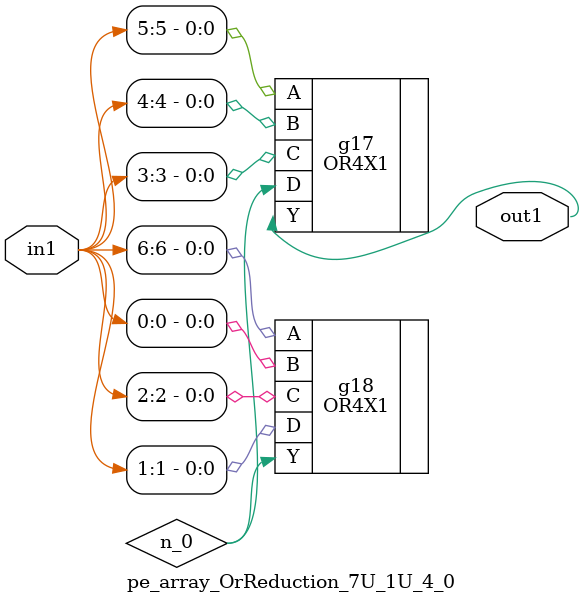
<source format=v>
`timescale 1ps / 1ps


module pe_array_OrReduction_7U_1U_4_0(in1, out1);
  input [6:0] in1;
  output out1;
  wire [6:0] in1;
  wire out1;
  wire n_0;
  OR4X1 g17(.A (in1[5]), .B (in1[4]), .C (in1[3]), .D (n_0), .Y (out1));
  OR4X1 g18(.A (in1[6]), .B (in1[0]), .C (in1[2]), .D (in1[1]), .Y
       (n_0));
endmodule



</source>
